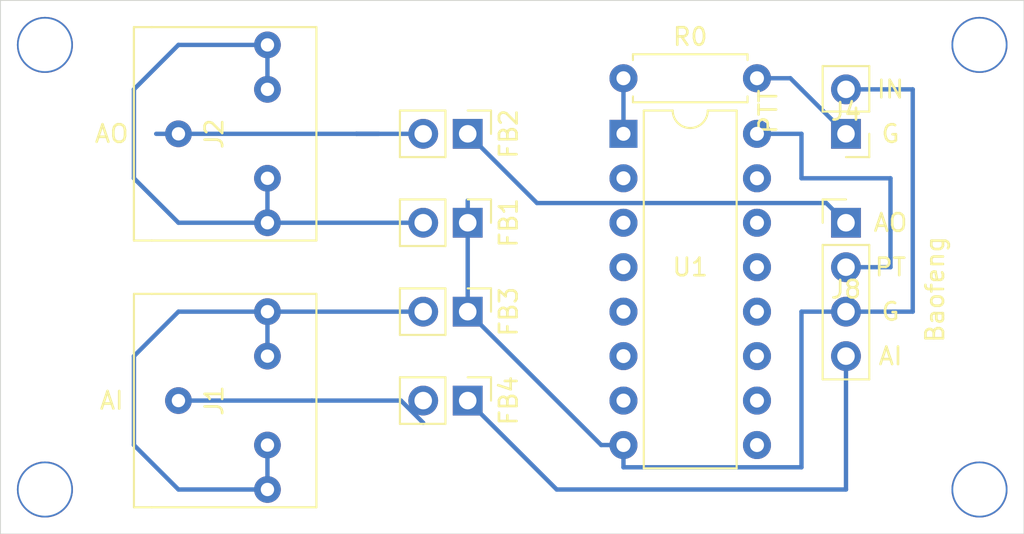
<source format=kicad_pcb>
(kicad_pcb (version 20171130) (host pcbnew 5.1.6-c6e7f7d~87~ubuntu18.04.1)

  (general
    (thickness 1.6)
    (drawings 10)
    (tracks 51)
    (zones 0)
    (modules 10)
    (nets 24)
  )

  (page A4)
  (layers
    (0 F.Cu signal)
    (31 B.Cu signal)
    (32 B.Adhes user)
    (33 F.Adhes user)
    (34 B.Paste user)
    (35 F.Paste user)
    (36 B.SilkS user)
    (37 F.SilkS user)
    (38 B.Mask user)
    (39 F.Mask user)
    (40 Dwgs.User user)
    (41 Cmts.User user)
    (42 Eco1.User user)
    (43 Eco2.User user)
    (44 Edge.Cuts user)
    (45 Margin user)
    (46 B.CrtYd user)
    (47 F.CrtYd user)
    (48 B.Fab user)
    (49 F.Fab user)
  )

  (setup
    (last_trace_width 0.25)
    (user_trace_width 0.5)
    (trace_clearance 0.2)
    (zone_clearance 0.508)
    (zone_45_only no)
    (trace_min 0.2)
    (via_size 0.8)
    (via_drill 0.4)
    (via_min_size 0.4)
    (via_min_drill 0.3)
    (uvia_size 0.3)
    (uvia_drill 0.1)
    (uvias_allowed no)
    (uvia_min_size 0.2)
    (uvia_min_drill 0.1)
    (edge_width 0.05)
    (segment_width 0.2)
    (pcb_text_width 0.3)
    (pcb_text_size 1.5 1.5)
    (mod_edge_width 0.12)
    (mod_text_size 1 1)
    (mod_text_width 0.15)
    (pad_size 1.524 1.524)
    (pad_drill 0.762)
    (pad_to_mask_clearance 0.05)
    (aux_axis_origin 0 0)
    (visible_elements FFFFFFFF)
    (pcbplotparams
      (layerselection 0x010fc_ffffffff)
      (usegerberextensions false)
      (usegerberattributes true)
      (usegerberadvancedattributes true)
      (creategerberjobfile true)
      (excludeedgelayer true)
      (linewidth 0.100000)
      (plotframeref false)
      (viasonmask false)
      (mode 1)
      (useauxorigin false)
      (hpglpennumber 1)
      (hpglpenspeed 20)
      (hpglpendiameter 15.000000)
      (psnegative false)
      (psa4output false)
      (plotreference true)
      (plotvalue true)
      (plotinvisibletext false)
      (padsonsilk false)
      (subtractmaskfromsilk false)
      (outputformat 1)
      (mirror false)
      (drillshape 1)
      (scaleselection 1)
      (outputdirectory ""))
  )

  (net 0 "")
  (net 1 GND)
  (net 2 AI)
  (net 3 AO)
  (net 4 PT)
  (net 5 "Net-(U1-Pad9)")
  (net 6 "Net-(U1-Pad2)")
  (net 7 "Net-(U1-Pad10)")
  (net 8 "Net-(U1-Pad3)")
  (net 9 "Net-(U1-Pad11)")
  (net 10 "Net-(U1-Pad4)")
  (net 11 "Net-(U1-Pad12)")
  (net 12 "Net-(U1-Pad5)")
  (net 13 "Net-(U1-Pad13)")
  (net 14 "Net-(U1-Pad6)")
  (net 15 "Net-(U1-Pad14)")
  (net 16 "Net-(U1-Pad7)")
  (net 17 "Net-(U1-Pad15)")
  (net 18 "Net-(FB1-Pad2)")
  (net 19 "Net-(FB2-Pad2)")
  (net 20 "Net-(FB3-Pad2)")
  (net 21 "Net-(FB4-Pad2)")
  (net 22 "Net-(J4-Pad1)")
  (net 23 "Net-(R0-Pad1)")

  (net_class Default "This is the default net class."
    (clearance 0.2)
    (trace_width 0.25)
    (via_dia 0.8)
    (via_drill 0.4)
    (uvia_dia 0.3)
    (uvia_drill 0.1)
    (add_net AI)
    (add_net AO)
    (add_net GND)
    (add_net "Net-(FB1-Pad2)")
    (add_net "Net-(FB2-Pad2)")
    (add_net "Net-(FB3-Pad2)")
    (add_net "Net-(FB4-Pad2)")
    (add_net "Net-(J4-Pad1)")
    (add_net "Net-(R0-Pad1)")
    (add_net "Net-(U1-Pad10)")
    (add_net "Net-(U1-Pad11)")
    (add_net "Net-(U1-Pad12)")
    (add_net "Net-(U1-Pad13)")
    (add_net "Net-(U1-Pad14)")
    (add_net "Net-(U1-Pad15)")
    (add_net "Net-(U1-Pad2)")
    (add_net "Net-(U1-Pad3)")
    (add_net "Net-(U1-Pad4)")
    (add_net "Net-(U1-Pad5)")
    (add_net "Net-(U1-Pad6)")
    (add_net "Net-(U1-Pad7)")
    (add_net "Net-(U1-Pad9)")
    (add_net PT)
  )

  (module Package_DIP:DIP-16_W7.62mm (layer F.Cu) (tedit 5A02E8C5) (tstamp 5EFCC9EE)
    (at 200.66 27.94)
    (descr "16-lead though-hole mounted DIP package, row spacing 7.62 mm (300 mils)")
    (tags "THT DIP DIL PDIP 2.54mm 7.62mm 300mil")
    (path /5EFC6706)
    (fp_text reference U1 (at 3.81 7.62) (layer F.SilkS)
      (effects (font (size 1 1) (thickness 0.15)))
    )
    (fp_text value ULN2003 (at 3.81 20.11) (layer F.Fab)
      (effects (font (size 1 1) (thickness 0.15)))
    )
    (fp_line (start 1.635 -1.27) (end 6.985 -1.27) (layer F.Fab) (width 0.1))
    (fp_line (start 6.985 -1.27) (end 6.985 19.05) (layer F.Fab) (width 0.1))
    (fp_line (start 6.985 19.05) (end 0.635 19.05) (layer F.Fab) (width 0.1))
    (fp_line (start 0.635 19.05) (end 0.635 -0.27) (layer F.Fab) (width 0.1))
    (fp_line (start 0.635 -0.27) (end 1.635 -1.27) (layer F.Fab) (width 0.1))
    (fp_line (start 2.81 -1.33) (end 1.16 -1.33) (layer F.SilkS) (width 0.12))
    (fp_line (start 1.16 -1.33) (end 1.16 19.11) (layer F.SilkS) (width 0.12))
    (fp_line (start 1.16 19.11) (end 6.46 19.11) (layer F.SilkS) (width 0.12))
    (fp_line (start 6.46 19.11) (end 6.46 -1.33) (layer F.SilkS) (width 0.12))
    (fp_line (start 6.46 -1.33) (end 4.81 -1.33) (layer F.SilkS) (width 0.12))
    (fp_line (start -1.1 -1.55) (end -1.1 19.3) (layer F.CrtYd) (width 0.05))
    (fp_line (start -1.1 19.3) (end 8.7 19.3) (layer F.CrtYd) (width 0.05))
    (fp_line (start 8.7 19.3) (end 8.7 -1.55) (layer F.CrtYd) (width 0.05))
    (fp_line (start 8.7 -1.55) (end -1.1 -1.55) (layer F.CrtYd) (width 0.05))
    (fp_arc (start 3.81 -1.33) (end 2.81 -1.33) (angle -180) (layer F.SilkS) (width 0.12))
    (fp_text user %R (at 3.81 7.62) (layer F.Fab)
      (effects (font (size 1 1) (thickness 0.15)))
    )
    (pad 1 thru_hole rect (at 0 0) (size 1.6 1.6) (drill 0.8) (layers *.Cu *.Mask)
      (net 23 "Net-(R0-Pad1)"))
    (pad 9 thru_hole oval (at 7.62 17.78) (size 1.6 1.6) (drill 0.8) (layers *.Cu *.Mask)
      (net 5 "Net-(U1-Pad9)"))
    (pad 2 thru_hole oval (at 0 2.54) (size 1.6 1.6) (drill 0.8) (layers *.Cu *.Mask)
      (net 6 "Net-(U1-Pad2)"))
    (pad 10 thru_hole oval (at 7.62 15.24) (size 1.6 1.6) (drill 0.8) (layers *.Cu *.Mask)
      (net 7 "Net-(U1-Pad10)"))
    (pad 3 thru_hole oval (at 0 5.08) (size 1.6 1.6) (drill 0.8) (layers *.Cu *.Mask)
      (net 8 "Net-(U1-Pad3)"))
    (pad 11 thru_hole oval (at 7.62 12.7) (size 1.6 1.6) (drill 0.8) (layers *.Cu *.Mask)
      (net 9 "Net-(U1-Pad11)"))
    (pad 4 thru_hole oval (at 0 7.62) (size 1.6 1.6) (drill 0.8) (layers *.Cu *.Mask)
      (net 10 "Net-(U1-Pad4)"))
    (pad 12 thru_hole oval (at 7.62 10.16) (size 1.6 1.6) (drill 0.8) (layers *.Cu *.Mask)
      (net 11 "Net-(U1-Pad12)"))
    (pad 5 thru_hole oval (at 0 10.16) (size 1.6 1.6) (drill 0.8) (layers *.Cu *.Mask)
      (net 12 "Net-(U1-Pad5)"))
    (pad 13 thru_hole oval (at 7.62 7.62) (size 1.6 1.6) (drill 0.8) (layers *.Cu *.Mask)
      (net 13 "Net-(U1-Pad13)"))
    (pad 6 thru_hole oval (at 0 12.7) (size 1.6 1.6) (drill 0.8) (layers *.Cu *.Mask)
      (net 14 "Net-(U1-Pad6)"))
    (pad 14 thru_hole oval (at 7.62 5.08) (size 1.6 1.6) (drill 0.8) (layers *.Cu *.Mask)
      (net 15 "Net-(U1-Pad14)"))
    (pad 7 thru_hole oval (at 0 15.24) (size 1.6 1.6) (drill 0.8) (layers *.Cu *.Mask)
      (net 16 "Net-(U1-Pad7)"))
    (pad 15 thru_hole oval (at 7.62 2.54) (size 1.6 1.6) (drill 0.8) (layers *.Cu *.Mask)
      (net 17 "Net-(U1-Pad15)"))
    (pad 8 thru_hole oval (at 0 17.78) (size 1.6 1.6) (drill 0.8) (layers *.Cu *.Mask)
      (net 1 GND))
    (pad 16 thru_hole oval (at 7.62 0) (size 1.6 1.6) (drill 0.8) (layers *.Cu *.Mask)
      (net 4 PT))
    (model ${KISYS3DMOD}/Package_DIP.3dshapes/DIP-16_W7.62mm.wrl
      (at (xyz 0 0 0))
      (scale (xyz 1 1 1))
      (rotate (xyz 0 0 0))
    )
  )

  (module User:Audio_5conn (layer F.Cu) (tedit 5EFBF176) (tstamp 5EFC69E3)
    (at 177.8 27.94 270)
    (path /5EFBD973)
    (fp_text reference J2 (at 0 0.5 270) (layer F.SilkS)
      (effects (font (size 1 1) (thickness 0.15)))
    )
    (fp_text value AO (at 0 6.35) (layer F.SilkS)
      (effects (font (size 1 1) (thickness 0.15)))
    )
    (fp_line (start -6.096 5.08) (end -6.096 4.064) (layer F.SilkS) (width 0.12))
    (fp_line (start 6.096 5.08) (end -6.096 5.08) (layer F.SilkS) (width 0.12))
    (fp_line (start 6.096 4.064) (end 6.096 5.08) (layer F.SilkS) (width 0.12))
    (fp_line (start 6.096 -5.334) (end -6.096 -5.334) (layer F.SilkS) (width 0.12))
    (fp_line (start 6.096 4.064) (end 6.096 -5.334) (layer F.SilkS) (width 0.12))
    (fp_line (start 3.556 5.08) (end 6.096 5.08) (layer F.SilkS) (width 0.12))
    (fp_line (start -6.096 5.08) (end 3.556 5.08) (layer F.SilkS) (width 0.12))
    (fp_line (start -6.096 -5.334) (end -6.096 4.064) (layer F.SilkS) (width 0.12))
    (pad T thru_hole circle (at 0 2.54 270) (size 1.524 1.524) (drill 0.762) (layers *.Cu *.Mask)
      (net 19 "Net-(FB2-Pad2)"))
    (pad R thru_hole circle (at -5.08 -2.54 270) (size 1.524 1.524) (drill 0.762) (layers *.Cu *.Mask)
      (net 18 "Net-(FB1-Pad2)"))
    (pad R thru_hole circle (at -2.54 -2.54 270) (size 1.524 1.524) (drill 0.762) (layers *.Cu *.Mask)
      (net 18 "Net-(FB1-Pad2)"))
    (pad S thru_hole circle (at 2.54 -2.54 270) (size 1.524 1.524) (drill 0.762) (layers *.Cu *.Mask)
      (net 18 "Net-(FB1-Pad2)"))
    (pad S thru_hole circle (at 5.08 -2.54 270) (size 1.524 1.524) (drill 0.762) (layers *.Cu *.Mask)
      (net 18 "Net-(FB1-Pad2)"))
  )

  (module User:Audio_5conn (layer F.Cu) (tedit 5EFBF121) (tstamp 5EFC5890)
    (at 177.8 43.18 270)
    (path /5EFBCD1E)
    (fp_text reference J1 (at 0 0.5 270) (layer F.SilkS)
      (effects (font (size 1 1) (thickness 0.15)))
    )
    (fp_text value AI (at 0 6.35) (layer F.SilkS)
      (effects (font (size 1 1) (thickness 0.15)))
    )
    (fp_line (start -6.096 5.08) (end -6.096 4.064) (layer F.SilkS) (width 0.12))
    (fp_line (start 6.096 5.08) (end 6.096 4.064) (layer F.SilkS) (width 0.12))
    (fp_line (start -6.096 -5.334) (end -6.096 4.064) (layer F.SilkS) (width 0.12))
    (fp_line (start -6.096 5.08) (end 3.556 5.08) (layer F.SilkS) (width 0.12))
    (fp_line (start 3.556 5.08) (end 6.096 5.08) (layer F.SilkS) (width 0.12))
    (fp_line (start 6.096 4.064) (end 6.096 -5.334) (layer F.SilkS) (width 0.12))
    (fp_line (start 6.096 -5.334) (end -6.096 -5.334) (layer F.SilkS) (width 0.12))
    (pad S thru_hole circle (at 5.08 -2.54 270) (size 1.524 1.524) (drill 0.762) (layers *.Cu *.Mask)
      (net 20 "Net-(FB3-Pad2)"))
    (pad S thru_hole circle (at 2.54 -2.54 270) (size 1.524 1.524) (drill 0.762) (layers *.Cu *.Mask)
      (net 20 "Net-(FB3-Pad2)"))
    (pad R thru_hole circle (at -2.54 -2.54 270) (size 1.524 1.524) (drill 0.762) (layers *.Cu *.Mask)
      (net 20 "Net-(FB3-Pad2)"))
    (pad R thru_hole circle (at -5.08 -2.54 270) (size 1.524 1.524) (drill 0.762) (layers *.Cu *.Mask)
      (net 20 "Net-(FB3-Pad2)"))
    (pad T thru_hole circle (at 0 2.54 270) (size 1.524 1.524) (drill 0.762) (layers *.Cu *.Mask)
      (net 21 "Net-(FB4-Pad2)"))
  )

  (module Connector_PinHeader_2.54mm:PinHeader_1x02_P2.54mm_Vertical (layer F.Cu) (tedit 59FED5CC) (tstamp 5EFCE4EB)
    (at 213.36 27.94 180)
    (descr "Through hole straight pin header, 1x02, 2.54mm pitch, single row")
    (tags "Through hole pin header THT 1x02 2.54mm single row")
    (path /5EFD44E9)
    (fp_text reference J4 (at 0 1.27) (layer F.SilkS)
      (effects (font (size 1 1) (thickness 0.15)))
    )
    (fp_text value PTT (at 4.445 1.27 90) (layer F.SilkS)
      (effects (font (size 1 1) (thickness 0.15)))
    )
    (fp_line (start -0.635 -1.27) (end 1.27 -1.27) (layer F.Fab) (width 0.1))
    (fp_line (start 1.27 -1.27) (end 1.27 3.81) (layer F.Fab) (width 0.1))
    (fp_line (start 1.27 3.81) (end -1.27 3.81) (layer F.Fab) (width 0.1))
    (fp_line (start -1.27 3.81) (end -1.27 -0.635) (layer F.Fab) (width 0.1))
    (fp_line (start -1.27 -0.635) (end -0.635 -1.27) (layer F.Fab) (width 0.1))
    (fp_line (start -1.33 3.87) (end 1.33 3.87) (layer F.SilkS) (width 0.12))
    (fp_line (start -1.33 1.27) (end -1.33 3.87) (layer F.SilkS) (width 0.12))
    (fp_line (start 1.33 1.27) (end 1.33 3.87) (layer F.SilkS) (width 0.12))
    (fp_line (start -1.33 1.27) (end 1.33 1.27) (layer F.SilkS) (width 0.12))
    (fp_line (start -1.33 0) (end -1.33 -1.33) (layer F.SilkS) (width 0.12))
    (fp_line (start -1.33 -1.33) (end 0 -1.33) (layer F.SilkS) (width 0.12))
    (fp_line (start -1.8 -1.8) (end -1.8 4.35) (layer F.CrtYd) (width 0.05))
    (fp_line (start -1.8 4.35) (end 1.8 4.35) (layer F.CrtYd) (width 0.05))
    (fp_line (start 1.8 4.35) (end 1.8 -1.8) (layer F.CrtYd) (width 0.05))
    (fp_line (start 1.8 -1.8) (end -1.8 -1.8) (layer F.CrtYd) (width 0.05))
    (fp_text user %R (at 0 1.27 180) (layer F.Fab)
      (effects (font (size 1 1) (thickness 0.15)))
    )
    (pad 1 thru_hole rect (at 0 0 180) (size 1.7 1.7) (drill 1) (layers *.Cu *.Mask)
      (net 22 "Net-(J4-Pad1)"))
    (pad 2 thru_hole oval (at 0 2.54 180) (size 1.7 1.7) (drill 1) (layers *.Cu *.Mask)
      (net 1 GND))
    (model ${KISYS3DMOD}/Connector_PinHeader_2.54mm.3dshapes/PinHeader_1x02_P2.54mm_Vertical.wrl
      (at (xyz 0 0 0))
      (scale (xyz 1 1 1))
      (rotate (xyz 0 0 0))
    )
  )

  (module Connector_PinHeader_2.54mm:PinHeader_1x04_P2.54mm_Vertical (layer F.Cu) (tedit 59FED5CC) (tstamp 5EFCC7FA)
    (at 213.36 33.02)
    (descr "Through hole straight pin header, 1x04, 2.54mm pitch, single row")
    (tags "Through hole pin header THT 1x04 2.54mm single row")
    (path /5EFC2AC7)
    (fp_text reference J8 (at 0 3.81) (layer F.SilkS)
      (effects (font (size 1 1) (thickness 0.15)))
    )
    (fp_text value Baofeng (at 5.08 3.81 90) (layer F.SilkS)
      (effects (font (size 1 1) (thickness 0.15)))
    )
    (fp_line (start -0.635 -1.27) (end 1.27 -1.27) (layer F.Fab) (width 0.1))
    (fp_line (start 1.27 -1.27) (end 1.27 8.89) (layer F.Fab) (width 0.1))
    (fp_line (start 1.27 8.89) (end -1.27 8.89) (layer F.Fab) (width 0.1))
    (fp_line (start -1.27 8.89) (end -1.27 -0.635) (layer F.Fab) (width 0.1))
    (fp_line (start -1.27 -0.635) (end -0.635 -1.27) (layer F.Fab) (width 0.1))
    (fp_line (start -1.33 8.95) (end 1.33 8.95) (layer F.SilkS) (width 0.12))
    (fp_line (start -1.33 1.27) (end -1.33 8.95) (layer F.SilkS) (width 0.12))
    (fp_line (start 1.33 1.27) (end 1.33 8.95) (layer F.SilkS) (width 0.12))
    (fp_line (start -1.33 1.27) (end 1.33 1.27) (layer F.SilkS) (width 0.12))
    (fp_line (start -1.33 0) (end -1.33 -1.33) (layer F.SilkS) (width 0.12))
    (fp_line (start -1.33 -1.33) (end 0 -1.33) (layer F.SilkS) (width 0.12))
    (fp_line (start -1.8 -1.8) (end -1.8 9.4) (layer F.CrtYd) (width 0.05))
    (fp_line (start -1.8 9.4) (end 1.8 9.4) (layer F.CrtYd) (width 0.05))
    (fp_line (start 1.8 9.4) (end 1.8 -1.8) (layer F.CrtYd) (width 0.05))
    (fp_line (start 1.8 -1.8) (end -1.8 -1.8) (layer F.CrtYd) (width 0.05))
    (fp_text user %R (at -2.54 3.81 90) (layer F.Fab)
      (effects (font (size 1 1) (thickness 0.15)))
    )
    (pad 1 thru_hole rect (at 0 0) (size 1.7 1.7) (drill 1) (layers *.Cu *.Mask)
      (net 3 AO))
    (pad 2 thru_hole oval (at 0 2.54) (size 1.7 1.7) (drill 1) (layers *.Cu *.Mask)
      (net 4 PT))
    (pad 3 thru_hole oval (at 0 5.08) (size 1.7 1.7) (drill 1) (layers *.Cu *.Mask)
      (net 1 GND))
    (pad 4 thru_hole oval (at 0 7.62) (size 1.7 1.7) (drill 1) (layers *.Cu *.Mask)
      (net 2 AI))
    (model ${KISYS3DMOD}/Connector_PinHeader_2.54mm.3dshapes/PinHeader_1x04_P2.54mm_Vertical.wrl
      (at (xyz 0 0 0))
      (scale (xyz 1 1 1))
      (rotate (xyz 0 0 0))
    )
  )

  (module Connector_PinHeader_2.54mm:PinHeader_1x02_P2.54mm_Vertical (layer F.Cu) (tedit 59FED5CC) (tstamp 60F3E493)
    (at 191.77 33.02 270)
    (descr "Through hole straight pin header, 1x02, 2.54mm pitch, single row")
    (tags "Through hole pin header THT 1x02 2.54mm single row")
    (path /60F6D485)
    (fp_text reference FB1 (at 0 -2.33 90) (layer F.SilkS)
      (effects (font (size 1 1) (thickness 0.15)))
    )
    (fp_text value Ferrite_Bead (at 0 4.87 90) (layer F.Fab)
      (effects (font (size 1 1) (thickness 0.15)))
    )
    (fp_line (start 1.8 -1.8) (end -1.8 -1.8) (layer F.CrtYd) (width 0.05))
    (fp_line (start 1.8 4.35) (end 1.8 -1.8) (layer F.CrtYd) (width 0.05))
    (fp_line (start -1.8 4.35) (end 1.8 4.35) (layer F.CrtYd) (width 0.05))
    (fp_line (start -1.8 -1.8) (end -1.8 4.35) (layer F.CrtYd) (width 0.05))
    (fp_line (start -1.33 -1.33) (end 0 -1.33) (layer F.SilkS) (width 0.12))
    (fp_line (start -1.33 0) (end -1.33 -1.33) (layer F.SilkS) (width 0.12))
    (fp_line (start -1.33 1.27) (end 1.33 1.27) (layer F.SilkS) (width 0.12))
    (fp_line (start 1.33 1.27) (end 1.33 3.87) (layer F.SilkS) (width 0.12))
    (fp_line (start -1.33 1.27) (end -1.33 3.87) (layer F.SilkS) (width 0.12))
    (fp_line (start -1.33 3.87) (end 1.33 3.87) (layer F.SilkS) (width 0.12))
    (fp_line (start -1.27 -0.635) (end -0.635 -1.27) (layer F.Fab) (width 0.1))
    (fp_line (start -1.27 3.81) (end -1.27 -0.635) (layer F.Fab) (width 0.1))
    (fp_line (start 1.27 3.81) (end -1.27 3.81) (layer F.Fab) (width 0.1))
    (fp_line (start 1.27 -1.27) (end 1.27 3.81) (layer F.Fab) (width 0.1))
    (fp_line (start -0.635 -1.27) (end 1.27 -1.27) (layer F.Fab) (width 0.1))
    (fp_text user %R (at 0 1.27) (layer F.Fab)
      (effects (font (size 1 1) (thickness 0.15)))
    )
    (pad 1 thru_hole rect (at 0 0 270) (size 1.7 1.7) (drill 1) (layers *.Cu *.Mask)
      (net 1 GND))
    (pad 2 thru_hole oval (at 0 2.54 270) (size 1.7 1.7) (drill 1) (layers *.Cu *.Mask)
      (net 18 "Net-(FB1-Pad2)"))
    (model ${KISYS3DMOD}/Connector_PinHeader_2.54mm.3dshapes/PinHeader_1x02_P2.54mm_Vertical.wrl
      (at (xyz 0 0 0))
      (scale (xyz 1 1 1))
      (rotate (xyz 0 0 0))
    )
  )

  (module Connector_PinHeader_2.54mm:PinHeader_1x02_P2.54mm_Vertical (layer F.Cu) (tedit 59FED5CC) (tstamp 60F3EACE)
    (at 191.77 27.94 270)
    (descr "Through hole straight pin header, 1x02, 2.54mm pitch, single row")
    (tags "Through hole pin header THT 1x02 2.54mm single row")
    (path /60F6D48B)
    (fp_text reference FB2 (at 0 -2.33 90) (layer F.SilkS)
      (effects (font (size 1 1) (thickness 0.15)))
    )
    (fp_text value Ferrite_Bead (at 0 4.87 90) (layer F.Fab)
      (effects (font (size 1 1) (thickness 0.15)))
    )
    (fp_text user %R (at 0 1.27 90) (layer F.Fab)
      (effects (font (size 1 1) (thickness 0.15)))
    )
    (fp_line (start -0.635 -1.27) (end 1.27 -1.27) (layer F.Fab) (width 0.1))
    (fp_line (start 1.27 -1.27) (end 1.27 3.81) (layer F.Fab) (width 0.1))
    (fp_line (start 1.27 3.81) (end -1.27 3.81) (layer F.Fab) (width 0.1))
    (fp_line (start -1.27 3.81) (end -1.27 -0.635) (layer F.Fab) (width 0.1))
    (fp_line (start -1.27 -0.635) (end -0.635 -1.27) (layer F.Fab) (width 0.1))
    (fp_line (start -1.33 3.87) (end 1.33 3.87) (layer F.SilkS) (width 0.12))
    (fp_line (start -1.33 1.27) (end -1.33 3.87) (layer F.SilkS) (width 0.12))
    (fp_line (start 1.33 1.27) (end 1.33 3.87) (layer F.SilkS) (width 0.12))
    (fp_line (start -1.33 1.27) (end 1.33 1.27) (layer F.SilkS) (width 0.12))
    (fp_line (start -1.33 0) (end -1.33 -1.33) (layer F.SilkS) (width 0.12))
    (fp_line (start -1.33 -1.33) (end 0 -1.33) (layer F.SilkS) (width 0.12))
    (fp_line (start -1.8 -1.8) (end -1.8 4.35) (layer F.CrtYd) (width 0.05))
    (fp_line (start -1.8 4.35) (end 1.8 4.35) (layer F.CrtYd) (width 0.05))
    (fp_line (start 1.8 4.35) (end 1.8 -1.8) (layer F.CrtYd) (width 0.05))
    (fp_line (start 1.8 -1.8) (end -1.8 -1.8) (layer F.CrtYd) (width 0.05))
    (pad 2 thru_hole oval (at 0 2.54 270) (size 1.7 1.7) (drill 1) (layers *.Cu *.Mask)
      (net 19 "Net-(FB2-Pad2)"))
    (pad 1 thru_hole rect (at 0 0 270) (size 1.7 1.7) (drill 1) (layers *.Cu *.Mask)
      (net 3 AO))
    (model ${KISYS3DMOD}/Connector_PinHeader_2.54mm.3dshapes/PinHeader_1x02_P2.54mm_Vertical.wrl
      (at (xyz 0 0 0))
      (scale (xyz 1 1 1))
      (rotate (xyz 0 0 0))
    )
  )

  (module Connector_PinHeader_2.54mm:PinHeader_1x02_P2.54mm_Vertical (layer F.Cu) (tedit 59FED5CC) (tstamp 60F3E353)
    (at 191.77 38.1 270)
    (descr "Through hole straight pin header, 1x02, 2.54mm pitch, single row")
    (tags "Through hole pin header THT 1x02 2.54mm single row")
    (path /60F3E249)
    (fp_text reference FB3 (at 0 -2.33 90) (layer F.SilkS)
      (effects (font (size 1 1) (thickness 0.15)))
    )
    (fp_text value Ferrite_Bead (at 0 4.87 90) (layer F.Fab)
      (effects (font (size 1 1) (thickness 0.15)))
    )
    (fp_line (start 1.8 -1.8) (end -1.8 -1.8) (layer F.CrtYd) (width 0.05))
    (fp_line (start 1.8 4.35) (end 1.8 -1.8) (layer F.CrtYd) (width 0.05))
    (fp_line (start -1.8 4.35) (end 1.8 4.35) (layer F.CrtYd) (width 0.05))
    (fp_line (start -1.8 -1.8) (end -1.8 4.35) (layer F.CrtYd) (width 0.05))
    (fp_line (start -1.33 -1.33) (end 0 -1.33) (layer F.SilkS) (width 0.12))
    (fp_line (start -1.33 0) (end -1.33 -1.33) (layer F.SilkS) (width 0.12))
    (fp_line (start -1.33 1.27) (end 1.33 1.27) (layer F.SilkS) (width 0.12))
    (fp_line (start 1.33 1.27) (end 1.33 3.87) (layer F.SilkS) (width 0.12))
    (fp_line (start -1.33 1.27) (end -1.33 3.87) (layer F.SilkS) (width 0.12))
    (fp_line (start -1.33 3.87) (end 1.33 3.87) (layer F.SilkS) (width 0.12))
    (fp_line (start -1.27 -0.635) (end -0.635 -1.27) (layer F.Fab) (width 0.1))
    (fp_line (start -1.27 3.81) (end -1.27 -0.635) (layer F.Fab) (width 0.1))
    (fp_line (start 1.27 3.81) (end -1.27 3.81) (layer F.Fab) (width 0.1))
    (fp_line (start 1.27 -1.27) (end 1.27 3.81) (layer F.Fab) (width 0.1))
    (fp_line (start -0.635 -1.27) (end 1.27 -1.27) (layer F.Fab) (width 0.1))
    (fp_text user %R (at 0 1.27) (layer F.Fab)
      (effects (font (size 1 1) (thickness 0.15)))
    )
    (pad 1 thru_hole rect (at 0 0 270) (size 1.7 1.7) (drill 1) (layers *.Cu *.Mask)
      (net 1 GND))
    (pad 2 thru_hole oval (at 0 2.54 270) (size 1.7 1.7) (drill 1) (layers *.Cu *.Mask)
      (net 20 "Net-(FB3-Pad2)"))
    (model ${KISYS3DMOD}/Connector_PinHeader_2.54mm.3dshapes/PinHeader_1x02_P2.54mm_Vertical.wrl
      (at (xyz 0 0 0))
      (scale (xyz 1 1 1))
      (rotate (xyz 0 0 0))
    )
  )

  (module Connector_PinHeader_2.54mm:PinHeader_1x02_P2.54mm_Vertical (layer F.Cu) (tedit 59FED5CC) (tstamp 60F3E369)
    (at 191.77 43.18 270)
    (descr "Through hole straight pin header, 1x02, 2.54mm pitch, single row")
    (tags "Through hole pin header THT 1x02 2.54mm single row")
    (path /60F44711)
    (fp_text reference FB4 (at 0 -2.33 90) (layer F.SilkS)
      (effects (font (size 1 1) (thickness 0.15)))
    )
    (fp_text value Ferrite_Bead (at 0 4.87 90) (layer F.Fab)
      (effects (font (size 1 1) (thickness 0.15)))
    )
    (fp_line (start 1.8 -1.8) (end -1.8 -1.8) (layer F.CrtYd) (width 0.05))
    (fp_line (start 1.8 4.35) (end 1.8 -1.8) (layer F.CrtYd) (width 0.05))
    (fp_line (start -1.8 4.35) (end 1.8 4.35) (layer F.CrtYd) (width 0.05))
    (fp_line (start -1.8 -1.8) (end -1.8 4.35) (layer F.CrtYd) (width 0.05))
    (fp_line (start -1.33 -1.33) (end 0 -1.33) (layer F.SilkS) (width 0.12))
    (fp_line (start -1.33 0) (end -1.33 -1.33) (layer F.SilkS) (width 0.12))
    (fp_line (start -1.33 1.27) (end 1.33 1.27) (layer F.SilkS) (width 0.12))
    (fp_line (start 1.33 1.27) (end 1.33 3.87) (layer F.SilkS) (width 0.12))
    (fp_line (start -1.33 1.27) (end -1.33 3.87) (layer F.SilkS) (width 0.12))
    (fp_line (start -1.33 3.87) (end 1.33 3.87) (layer F.SilkS) (width 0.12))
    (fp_line (start -1.27 -0.635) (end -0.635 -1.27) (layer F.Fab) (width 0.1))
    (fp_line (start -1.27 3.81) (end -1.27 -0.635) (layer F.Fab) (width 0.1))
    (fp_line (start 1.27 3.81) (end -1.27 3.81) (layer F.Fab) (width 0.1))
    (fp_line (start 1.27 -1.27) (end 1.27 3.81) (layer F.Fab) (width 0.1))
    (fp_line (start -0.635 -1.27) (end 1.27 -1.27) (layer F.Fab) (width 0.1))
    (fp_text user %R (at 0 1.27) (layer F.Fab)
      (effects (font (size 1 1) (thickness 0.15)))
    )
    (pad 1 thru_hole rect (at 0 0 270) (size 1.7 1.7) (drill 1) (layers *.Cu *.Mask)
      (net 2 AI))
    (pad 2 thru_hole oval (at 0 2.54 270) (size 1.7 1.7) (drill 1) (layers *.Cu *.Mask)
      (net 21 "Net-(FB4-Pad2)"))
    (model ${KISYS3DMOD}/Connector_PinHeader_2.54mm.3dshapes/PinHeader_1x02_P2.54mm_Vertical.wrl
      (at (xyz 0 0 0))
      (scale (xyz 1 1 1))
      (rotate (xyz 0 0 0))
    )
  )

  (module Resistor_THT:R_Axial_DIN0207_L6.3mm_D2.5mm_P7.62mm_Horizontal (layer F.Cu) (tedit 5AE5139B) (tstamp 60F3FF33)
    (at 200.66 24.765)
    (descr "Resistor, Axial_DIN0207 series, Axial, Horizontal, pin pitch=7.62mm, 0.25W = 1/4W, length*diameter=6.3*2.5mm^2, http://cdn-reichelt.de/documents/datenblatt/B400/1_4W%23YAG.pdf")
    (tags "Resistor Axial_DIN0207 series Axial Horizontal pin pitch 7.62mm 0.25W = 1/4W length 6.3mm diameter 2.5mm")
    (path /60F7F084)
    (fp_text reference R0 (at 3.81 -2.37) (layer F.SilkS)
      (effects (font (size 1 1) (thickness 0.15)))
    )
    (fp_text value R0 (at 3.81 2.37) (layer F.Fab)
      (effects (font (size 1 1) (thickness 0.15)))
    )
    (fp_line (start 8.67 -1.5) (end -1.05 -1.5) (layer F.CrtYd) (width 0.05))
    (fp_line (start 8.67 1.5) (end 8.67 -1.5) (layer F.CrtYd) (width 0.05))
    (fp_line (start -1.05 1.5) (end 8.67 1.5) (layer F.CrtYd) (width 0.05))
    (fp_line (start -1.05 -1.5) (end -1.05 1.5) (layer F.CrtYd) (width 0.05))
    (fp_line (start 7.08 1.37) (end 7.08 1.04) (layer F.SilkS) (width 0.12))
    (fp_line (start 0.54 1.37) (end 7.08 1.37) (layer F.SilkS) (width 0.12))
    (fp_line (start 0.54 1.04) (end 0.54 1.37) (layer F.SilkS) (width 0.12))
    (fp_line (start 7.08 -1.37) (end 7.08 -1.04) (layer F.SilkS) (width 0.12))
    (fp_line (start 0.54 -1.37) (end 7.08 -1.37) (layer F.SilkS) (width 0.12))
    (fp_line (start 0.54 -1.04) (end 0.54 -1.37) (layer F.SilkS) (width 0.12))
    (fp_line (start 7.62 0) (end 6.96 0) (layer F.Fab) (width 0.1))
    (fp_line (start 0 0) (end 0.66 0) (layer F.Fab) (width 0.1))
    (fp_line (start 6.96 -1.25) (end 0.66 -1.25) (layer F.Fab) (width 0.1))
    (fp_line (start 6.96 1.25) (end 6.96 -1.25) (layer F.Fab) (width 0.1))
    (fp_line (start 0.66 1.25) (end 6.96 1.25) (layer F.Fab) (width 0.1))
    (fp_line (start 0.66 -1.25) (end 0.66 1.25) (layer F.Fab) (width 0.1))
    (fp_text user %R (at 3.81 0) (layer F.Fab)
      (effects (font (size 1 1) (thickness 0.15)))
    )
    (pad 1 thru_hole circle (at 0 0) (size 1.6 1.6) (drill 0.8) (layers *.Cu *.Mask)
      (net 23 "Net-(R0-Pad1)"))
    (pad 2 thru_hole oval (at 7.62 0) (size 1.6 1.6) (drill 0.8) (layers *.Cu *.Mask)
      (net 22 "Net-(J4-Pad1)"))
    (model ${KISYS3DMOD}/Resistor_THT.3dshapes/R_Axial_DIN0207_L6.3mm_D2.5mm_P7.62mm_Horizontal.wrl
      (at (xyz 0 0 0))
      (scale (xyz 1 1 1))
      (rotate (xyz 0 0 0))
    )
  )

  (gr_line (start 165.1 50.8) (end 223.52 50.8) (layer Edge.Cuts) (width 0.05) (tstamp 5EFCF53E))
  (gr_line (start 165.1 20.32) (end 165.1 50.8) (layer Edge.Cuts) (width 0.05))
  (gr_line (start 223.52 20.32) (end 165.1 20.32) (layer Edge.Cuts) (width 0.05))
  (gr_line (start 223.52 50.8) (end 223.52 20.32) (layer Edge.Cuts) (width 0.05))
  (gr_text G (at 215.9 27.94) (layer F.SilkS) (tstamp 5EFCACAB)
    (effects (font (size 1 1) (thickness 0.15)))
  )
  (gr_text IN (at 215.9 25.4) (layer F.SilkS) (tstamp 5EFCAC9B)
    (effects (font (size 1 1) (thickness 0.15)))
  )
  (gr_text "AO\n" (at 215.9 33.02) (layer F.SilkS) (tstamp 5EFCABC4)
    (effects (font (size 1 1) (thickness 0.15)))
  )
  (gr_text "PT\n" (at 215.9 35.56) (layer F.SilkS) (tstamp 5EFCABB5)
    (effects (font (size 1 1) (thickness 0.15)))
  )
  (gr_text G (at 215.9 38.1) (layer F.SilkS) (tstamp 5EFCABAC)
    (effects (font (size 1 1) (thickness 0.15)))
  )
  (gr_text AI (at 215.9 40.64) (layer F.SilkS)
    (effects (font (size 1 1) (thickness 0.15)))
  )

  (via (at 220.98 48.26) (size 3.2) (drill 3) (layers F.Cu B.Cu) (net 0) (tstamp 5EFCE23C) (status 40000))
  (via (at 220.98 22.86) (size 3.2) (drill 3) (layers F.Cu B.Cu) (net 0) (tstamp 5EFCE317) (status 40000))
  (via (at 167.64 22.86) (size 3.2) (drill 3) (layers F.Cu B.Cu) (net 0) (tstamp 5EFCE317) (status 40000))
  (via (at 167.64 48.26) (size 3.2) (drill 3) (layers F.Cu B.Cu) (net 0) (tstamp 5EFCE317) (status 40000))
  (segment (start 213.36 27.94) (end 210.82 25.4) (width 0.25) (layer B.Cu) (net 22))
  (segment (start 200.66 25.4) (end 200.66 27.94) (width 0.25) (layer B.Cu) (net 23))
  (segment (start 175.26 43.18) (end 182.88 43.18) (width 0.25) (layer B.Cu) (net 21))
  (segment (start 200.66 46.99) (end 200.66 45.72) (width 0.25) (layer B.Cu) (net 1))
  (segment (start 213.36 38.1) (end 217.17 38.1) (width 0.25) (layer B.Cu) (net 1))
  (segment (start 210.82 46.99) (end 200.66 46.99) (width 0.25) (layer B.Cu) (net 1))
  (segment (start 217.17 38.1) (end 217.17 25.4) (width 0.25) (layer B.Cu) (net 1))
  (segment (start 217.17 25.4) (end 213.36 25.4) (width 0.25) (layer B.Cu) (net 1))
  (segment (start 213.36 38.1) (end 210.82 38.1) (width 0.25) (layer B.Cu) (net 1))
  (segment (start 210.82 38.1) (end 210.82 46.99) (width 0.25) (layer B.Cu) (net 1))
  (segment (start 191.77 38.1) (end 191.77 31.75) (width 0.25) (layer B.Cu) (net 1))
  (segment (start 199.39 45.72) (end 191.77 38.1) (width 0.25) (layer B.Cu) (net 1))
  (segment (start 200.66 45.72) (end 199.39 45.72) (width 0.25) (layer B.Cu) (net 1))
  (segment (start 196.85 48.26) (end 191.77 43.18) (width 0.25) (layer B.Cu) (net 2))
  (segment (start 213.36 48.26) (end 196.85 48.26) (width 0.25) (layer B.Cu) (net 2))
  (segment (start 213.36 40.64) (end 213.36 48.26) (width 0.25) (layer B.Cu) (net 2))
  (segment (start 175.26 22.86) (end 172.72 25.4) (width 0.25) (layer B.Cu) (net 18))
  (segment (start 180.34 33.02) (end 180.34 30.48) (width 0.25) (layer B.Cu) (net 18))
  (segment (start 180.34 22.86) (end 180.34 25.4) (width 0.25) (layer B.Cu) (net 18))
  (segment (start 180.34 22.86) (end 175.26 22.86) (width 0.25) (layer B.Cu) (net 18))
  (segment (start 172.72 25.4) (end 172.72 30.48) (width 0.25) (layer B.Cu) (net 18))
  (segment (start 172.72 30.48) (end 175.26 33.02) (width 0.25) (layer B.Cu) (net 18))
  (segment (start 175.26 33.02) (end 180.34 33.02) (width 0.25) (layer B.Cu) (net 18))
  (segment (start 195.724999 31.894999) (end 191.77 27.94) (width 0.25) (layer B.Cu) (net 3))
  (segment (start 212.234999 31.894999) (end 195.724999 31.894999) (width 0.25) (layer B.Cu) (net 3))
  (segment (start 213.36 33.02) (end 212.234999 31.894999) (width 0.25) (layer B.Cu) (net 3))
  (segment (start 210.82 30.48) (end 210.82 27.94) (width 0.25) (layer B.Cu) (net 4))
  (segment (start 215.9 35.56) (end 215.9 30.48) (width 0.25) (layer B.Cu) (net 4))
  (segment (start 210.82 27.94) (end 208.28 27.94) (width 0.25) (layer B.Cu) (net 4))
  (segment (start 215.9 30.48) (end 210.82 30.48) (width 0.25) (layer B.Cu) (net 4))
  (segment (start 213.36 35.56) (end 215.9 35.56) (width 0.25) (layer B.Cu) (net 4))
  (segment (start 180.34 33.02) (end 189.23 33.02) (width 0.25) (layer B.Cu) (net 18))
  (segment (start 189.23 27.94) (end 185.42 27.94) (width 0.25) (layer B.Cu) (net 19))
  (segment (start 185.42 27.94) (end 186.69 27.94) (width 0.25) (layer B.Cu) (net 19))
  (segment (start 173.99 27.94) (end 185.42 27.94) (width 0.25) (layer B.Cu) (net 19))
  (segment (start 180.34 48.26) (end 180.34 45.72) (width 0.25) (layer B.Cu) (net 20))
  (segment (start 172.72 45.72) (end 175.26 48.26) (width 0.25) (layer B.Cu) (net 20))
  (segment (start 175.26 38.1) (end 172.72 40.64) (width 0.25) (layer B.Cu) (net 20))
  (segment (start 180.34 38.1) (end 175.26 38.1) (width 0.25) (layer B.Cu) (net 20))
  (segment (start 175.26 48.26) (end 180.34 48.26) (width 0.25) (layer B.Cu) (net 20))
  (segment (start 180.34 40.64) (end 180.34 38.1) (width 0.25) (layer B.Cu) (net 20))
  (segment (start 172.72 40.64) (end 172.72 45.72) (width 0.25) (layer B.Cu) (net 20))
  (segment (start 189.23 38.1) (end 180.34 38.1) (width 0.25) (layer B.Cu) (net 20))
  (segment (start 189.23 44.45) (end 187.96 43.18) (width 0.25) (layer B.Cu) (net 21))
  (segment (start 187.96 43.18) (end 182.88 43.18) (width 0.25) (layer B.Cu) (net 21))
  (segment (start 208.28 24.765) (end 210.185 24.765) (width 0.25) (layer B.Cu) (net 22))
  (segment (start 210.185 24.765) (end 210.82 25.4) (width 0.25) (layer B.Cu) (net 22))

)

</source>
